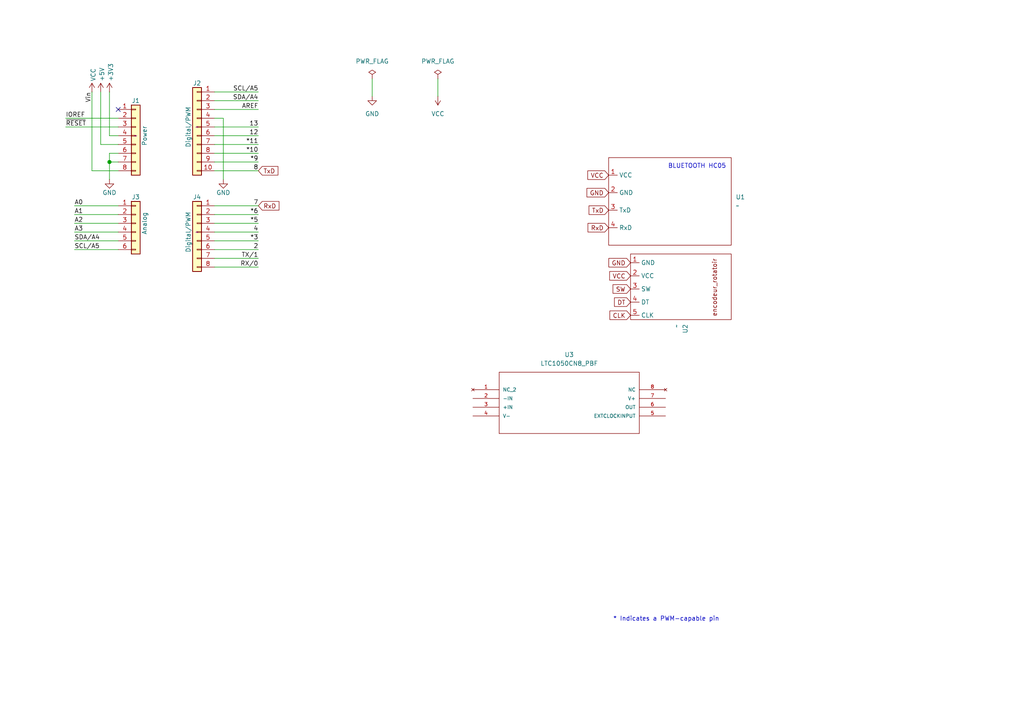
<source format=kicad_sch>
(kicad_sch (version 20250114) (generator "eeschema") (generator_version "9.0")
  (paper "A4")
  (title_block (title "Sensor Board") (date "2026-02-10") (rev "${VERSION}") (company "INSA Toulouse") (comment 2 "Max Simonnet") (comment 3 "Basile Vidalenc") (comment 4 "CAO Operators"))
  (lib_symbols
    (symbol "Connector_Generic:Conn_01x06" (pin_names (offset 1.016) (hide yes))
      (property "Reference" "J" (at 0 7.62 0))
      (property "Value" "Conn_01x06" (at 0 -10.16 0))
      (symbol "Conn_01x06_1_1"
        (rectangle (start -1.27 6.35) (end 1.27 -8.89) (stroke (width 0.254)) (fill (type background)))
        (rectangle (start -1.27 5.207) (end 0 4.953) (stroke (width 0.1524)))
        (rectangle (start -1.27 2.667) (end 0 2.413) (stroke (width 0.1524)))
        (rectangle (start -1.27 0.127) (end 0 -0.127) (stroke (width 0.1524)))
        (rectangle (start -1.27 -2.413) (end 0 -2.667) (stroke (width 0.1524)))
        (rectangle (start -1.27 -4.953) (end 0 -5.207) (stroke (width 0.1524)))
        (rectangle (start -1.27 -7.493) (end 0 -7.747) (stroke (width 0.1524)))
        (pin passive line (at -5.08 5.08 0) (length 3.81) (name "Pin_1") (number "1"))
        (pin passive line (at -5.08 2.54 0) (length 3.81) (name "Pin_2") (number "2"))
        (pin passive line (at -5.08 0 0) (length 3.81) (name "Pin_3") (number "3"))
        (pin passive line (at -5.08 -2.54 0) (length 3.81) (name "Pin_4") (number "4"))
        (pin passive line (at -5.08 -5.08 0) (length 3.81) (name "Pin_5") (number "5"))
        (pin passive line (at -5.08 -7.62 0) (length 3.81) (name "Pin_6") (number "6"))
      )
    )
    (symbol "Connector_Generic:Conn_01x08" (pin_names (offset 1.016) (hide yes))
      (property "Reference" "J" (at 0 10.16 0))
      (property "Value" "Conn_01x08" (at 0 -12.7 0))
      (symbol "Conn_01x08_1_1"
        (rectangle (start -1.27 8.89) (end 1.27 -11.43) (stroke (width 0.254)) (fill (type background)))
        (rectangle (start -1.27 7.747) (end 0 7.493) (stroke (width 0.1524)))
        (rectangle (start -1.27 5.207) (end 0 4.953) (stroke (width 0.1524)))
        (rectangle (start -1.27 2.667) (end 0 2.413) (stroke (width 0.1524)))
        (rectangle (start -1.27 0.127) (end 0 -0.127) (stroke (width 0.1524)))
        (rectangle (start -1.27 -2.413) (end 0 -2.667) (stroke (width 0.1524)))
        (rectangle (start -1.27 -4.953) (end 0 -5.207) (stroke (width 0.1524)))
        (rectangle (start -1.27 -7.493) (end 0 -7.747) (stroke (width 0.1524)))
        (rectangle (start -1.27 -10.033) (end 0 -10.287) (stroke (width 0.1524)))
        (pin passive line (at -5.08 7.62 0) (length 3.81) (name "Pin_1") (number "1"))
        (pin passive line (at -5.08 5.08 0) (length 3.81) (name "Pin_2") (number "2"))
        (pin passive line (at -5.08 2.54 0) (length 3.81) (name "Pin_3") (number "3"))
        (pin passive line (at -5.08 0 0) (length 3.81) (name "Pin_4") (number "4"))
        (pin passive line (at -5.08 -2.54 0) (length 3.81) (name "Pin_5") (number "5"))
        (pin passive line (at -5.08 -5.08 0) (length 3.81) (name "Pin_6") (number "6"))
        (pin passive line (at -5.08 -7.62 0) (length 3.81) (name "Pin_7") (number "7"))
        (pin passive line (at -5.08 -10.16 0) (length 3.81) (name "Pin_8") (number "8"))
      )
    )
    (symbol "Connector_Generic:Conn_01x10" (pin_names (offset 1.016) (hide yes))
      (property "Reference" "J" (at 0 12.7 0))
      (property "Value" "Conn_01x10" (at 0 -15.24 0))
      (symbol "Conn_01x10_1_1"
        (rectangle (start -1.27 11.43) (end 1.27 -13.97) (stroke (width 0.254)) (fill (type background)))
        (rectangle (start -1.27 10.287) (end 0 10.033) (stroke (width 0.1524)))
        (rectangle (start -1.27 7.747) (end 0 7.493) (stroke (width 0.1524)))
        (rectangle (start -1.27 5.207) (end 0 4.953) (stroke (width 0.1524)))
        (rectangle (start -1.27 2.667) (end 0 2.413) (stroke (width 0.1524)))
        (rectangle (start -1.27 0.127) (end 0 -0.127) (stroke (width 0.1524)))
        (rectangle (start -1.27 -2.413) (end 0 -2.667) (stroke (width 0.1524)))
        (rectangle (start -1.27 -4.953) (end 0 -5.207) (stroke (width 0.1524)))
        (rectangle (start -1.27 -7.493) (end 0 -7.747) (stroke (width 0.1524)))
        (rectangle (start -1.27 -10.033) (end 0 -10.287) (stroke (width 0.1524)))
        (rectangle (start -1.27 -12.573) (end 0 -12.827) (stroke (width 0.1524)))
        (pin passive line (at -5.08 10.16 0) (length 3.81) (name "Pin_1") (number "1"))
        (pin passive line (at -5.08 7.62 0) (length 3.81) (name "Pin_2") (number "2"))
        (pin passive line (at -5.08 5.08 0) (length 3.81) (name "Pin_3") (number "3"))
        (pin passive line (at -5.08 2.54 0) (length 3.81) (name "Pin_4") (number "4"))
        (pin passive line (at -5.08 0 0) (length 3.81) (name "Pin_5") (number "5"))
        (pin passive line (at -5.08 -2.54 0) (length 3.81) (name "Pin_6") (number "6"))
        (pin passive line (at -5.08 -5.08 0) (length 3.81) (name "Pin_7") (number "7"))
        (pin passive line (at -5.08 -7.62 0) (length 3.81) (name "Pin_8") (number "8"))
        (pin passive line (at -5.08 -10.16 0) (length 3.81) (name "Pin_9") (number "9"))
        (pin passive line (at -5.08 -12.7 0) (length 3.81) (name "Pin_10") (number "10"))
      )
    )
    (symbol "capteur_graphite_lib:Bluetooth_HC05"
      (property "Reference" "U" (at 0 0 0))
      (symbol "Bluetooth_HC05_0_1"
        (rectangle (start -16.51 -11.43) (end 19.05 13.97))
      )
      (symbol "Bluetooth_HC05_1_1"
        (pin input line (at -16.51 8.89 0) (length 2.54) (name "VCC") (number "1"))
        (pin input line (at -16.51 3.81 0) (length 2.54) (name "GND") (number "2"))
        (pin output line (at -16.51 -1.27 0) (length 2.54) (name "TxD") (number "3"))
        (pin input line (at -16.51 -6.35 0) (length 2.54) (name "RxD") (number "4"))
      )
    )
    (symbol "capteur_graphite_lib:LTC1050CN8_PBF" (pin_names (offset 1.016))
      (property "Reference" "U" (at 23.2156 9.1186 0))
      (property "Value" "LTC1050CN8_PBF" (at 22.5806 6.5786 0))
      (symbol "LTC1050CN8_PBF_0_0"
        (polyline (pts (xy 7.62 5.08) (xy 7.62 -12.7)) (stroke (width 0.1524)))
        (polyline (pts (xy 7.62 -12.7) (xy 48.26 -12.7)) (stroke (width 0.1524)))
        (polyline (pts (xy 48.26 5.08) (xy 7.62 5.08)) (stroke (width 0.1524)))
        (polyline (pts (xy 48.26 -12.7) (xy 48.26 5.08)) (stroke (width 0.1524)))
        (pin no_connect line (at 0 0 0) (length 7.62) (name "NC_2") (number "1"))
        (pin input line (at 0 -2.54 0) (length 7.62) (name "-IN") (number "2"))
        (pin input line (at 0 -5.08 0) (length 7.62) (name "+IN") (number "3"))
        (pin power_in line (at 0 -7.62 0) (length 7.62) (name "V-") (number "4"))
        (pin no_connect line (at 55.88 0 180) (length 7.62) (name "NC") (number "8"))
        (pin power_in line (at 55.88 -2.54 180) (length 7.62) (name "V+") (number "7"))
        (pin output line (at 55.88 -5.08 180) (length 7.62) (name "OUT") (number "6"))
        (pin input line (at 55.88 -7.62 180) (length 7.62) (name "EXTCLOCKINPUT") (number "5"))
      )
    )
    (symbol "capteur_graphite_lib:encodeur_rotatoir"
      (property "Reference" "U2" (at 0 0.6351 0))
      (property "Value" "~" (at 0 -1.9049 0))
      (symbol "encodeur_rotatoir_0_1"
        (rectangle (start -20.32 13.97) (end -1.27 -15.24))
      )
      (symbol "encodeur_rotatoir_1_1"
        (text "encodeur_rotatoir" (at -10.668 9.144 0) (effects (font (size 1.27 1.27))))
        (pin input line (at -17.78 -15.24 90) (length 2.54) (name "GND") (number "1"))
        (pin input line (at -13.97 -15.24 90) (length 2.54) (name "VCC") (number "2"))
        (pin output line (at -10.16 -15.24 90) (length 2.54) (name "SW") (number "3"))
        (pin output line (at -6.35 -15.24 90) (length 2.54) (name "DT") (number "4"))
        (pin bidirectional line (at -2.54 -15.24 90) (length 2.54) (name "CLK") (number "5"))
      )
    )
    (symbol "power:+3V3" (power) (pin_numbers (hide yes)) (pin_names (offset 0) (hide yes))
      (property "Value" "+3V3" (at 0 3.556 0))
      (symbol "+3V3_0_1"
        (polyline (pts (xy -0.762 1.27) (xy 0 2.54)))
        (polyline (pts (xy 0 2.54) (xy 0.762 1.27)))
        (polyline (pts (xy 0 0) (xy 0 2.54)))
      )
      (symbol "+3V3_1_1"
        (pin power_in line (at 0 0 90) (length 0) (name "~") (number "1"))
      )
    )
    (symbol "power:+5V" (power) (pin_numbers (hide yes)) (pin_names (offset 0) (hide yes))
      (property "Value" "+5V" (at 0 3.556 0))
      (symbol "+5V_0_1"
        (polyline (pts (xy -0.762 1.27) (xy 0 2.54)))
        (polyline (pts (xy 0 2.54) (xy 0.762 1.27)))
        (polyline (pts (xy 0 0) (xy 0 2.54)))
      )
      (symbol "+5V_1_1"
        (pin power_in line (at 0 0 90) (length 0) (name "~") (number "1"))
      )
    )
    (symbol "power:GND" (power) (pin_numbers (hide yes)) (pin_names (offset 0) (hide yes))
      (property "Value" "GND" (at 0 -3.81 0))
      (symbol "GND_0_1"
        (polyline (pts (xy 0 0) (xy 0 -1.27) (xy 1.27 -1.27) (xy 0 -2.54) (xy -1.27 -1.27) (xy 0 -1.27)))
      )
      (symbol "GND_1_1"
        (pin power_in line (at 0 0 270) (length 0) (name "~") (number "1"))
      )
    )
    (symbol "power:PWR_FLAG" (power) (pin_numbers (hide yes)) (pin_names (offset 0) (hide yes))
      (property "Value" "PWR_FLAG" (at 0 3.81 0))
      (symbol "PWR_FLAG_0_0"
        (pin power_out line (at 0 0 90) (length 0) (name "~") (number "1"))
      )
      (symbol "PWR_FLAG_0_1"
        (polyline (pts (xy 0 0) (xy 0 1.27) (xy -1.016 1.905) (xy 0 2.54) (xy 1.016 1.905) (xy 0 1.27)))
      )
    )
    (symbol "power:VCC" (power) (pin_numbers (hide yes)) (pin_names (offset 0) (hide yes))
      (property "Value" "VCC" (at 0 3.556 0))
      (symbol "VCC_0_1"
        (polyline (pts (xy -0.762 1.27) (xy 0 2.54)))
        (polyline (pts (xy 0 2.54) (xy 0.762 1.27)))
        (polyline (pts (xy 0 0) (xy 0 2.54)))
      )
      (symbol "VCC_1_1"
        (pin power_in line (at 0 0 90) (length 0) (name "~") (number "1"))
      )
    )
  )
  (text "* Indicates a PWM-capable pin" (at 177.8 180.34 0) (effects (font (size 1.27 1.27)) (justify left bottom)))
  (text "BLUETOOTH HC05" (at 202.184 48.26 0) (effects (font (size 1.27 1.27))))
  (junction (at 31.75 46.99) (diameter 1.016))
  (no_connect (at 34.29 31.75))
  (wire (pts (xy 62.23 77.47) (xy 74.93 77.47)))
  (wire (pts (xy 62.23 44.45) (xy 74.93 44.45)))
  (wire (pts (xy 62.23 26.67) (xy 74.93 26.67)))
  (wire (pts (xy 31.75 44.45) (xy 31.75 46.99)))
  (wire (pts (xy 21.59 72.39) (xy 34.29 72.39)))
  (wire (pts (xy 31.75 46.99) (xy 31.75 52.07)))
  (wire (pts (xy 31.75 39.37) (xy 34.29 39.37)))
  (wire (pts (xy 29.21 41.91) (xy 34.29 41.91)))
  (wire (pts (xy 29.21 26.67) (xy 29.21 41.91)))
  (wire (pts (xy 62.23 36.83) (xy 74.93 36.83)))
  (wire (pts (xy 31.75 26.67) (xy 31.75 39.37)))
  (wire (pts (xy 62.23 59.69) (xy 74.93 59.69)))
  (wire (pts (xy 34.29 59.69) (xy 21.59 59.69)))
  (wire (pts (xy 62.23 39.37) (xy 74.93 39.37)))
  (wire (pts (xy 62.23 62.23) (xy 74.93 62.23)))
  (wire (pts (xy 62.23 46.99) (xy 74.93 46.99)))
  (wire (pts (xy 62.23 67.31) (xy 74.93 67.31)))
  (wire (pts (xy 19.05 34.29) (xy 34.29 34.29)))
  (wire (pts (xy 64.77 34.29) (xy 64.77 52.07)))
  (wire (pts (xy 62.23 31.75) (xy 74.93 31.75)))
  (wire (pts (xy 34.29 64.77) (xy 21.59 64.77)))
  (wire (pts (xy 19.05 36.83) (xy 34.29 36.83)))
  (wire (pts (xy 34.29 46.99) (xy 31.75 46.99)))
  (wire (pts (xy 34.29 49.53) (xy 26.67 49.53)))
  (wire (pts (xy 21.59 62.23) (xy 34.29 62.23)))
  (wire (pts (xy 62.23 34.29) (xy 64.77 34.29)))
  (wire (pts (xy 34.29 44.45) (xy 31.75 44.45)))
  (wire (pts (xy 127 22.86) (xy 127 27.94)))
  (wire (pts (xy 62.23 41.91) (xy 74.93 41.91)))
  (wire (pts (xy 62.23 64.77) (xy 74.93 64.77)))
  (wire (pts (xy 21.59 67.31) (xy 34.29 67.31)))
  (wire (pts (xy 107.95 22.86) (xy 107.95 27.94)))
  (wire (pts (xy 62.23 29.21) (xy 74.93 29.21)))
  (wire (pts (xy 62.23 72.39) (xy 74.93 72.39)))
  (wire (pts (xy 62.23 69.85) (xy 74.93 69.85)))
  (wire (pts (xy 62.23 74.93) (xy 74.93 74.93)))
  (wire (pts (xy 26.67 49.53) (xy 26.67 26.67)))
  (wire (pts (xy 34.29 69.85) (xy 21.59 69.85)))
  (wire (pts (xy 62.23 49.53) (xy 74.93 49.53)))
  (label "RX{slash}0" (at 74.93 77.47 180))
  (label "A2" (at 21.59 64.77 0))
  (label "4" (at 74.93 67.31 180))
  (label "2" (at 74.93 72.39 180))
  (label "A3" (at 21.59 67.31 0))
  (label "13" (at 74.93 36.83 180))
  (label "12" (at 74.93 39.37 180))
  (label "~{RESET}" (at 19.05 36.83 0))
  (label "*10" (at 74.93 44.45 180))
  (label "7" (at 74.93 59.69 180))
  (label "SDA{slash}A4" (at 74.93 29.21 180))
  (label "8" (at 74.93 49.53 180))
  (label "*11" (at 74.93 41.91 180))
  (label "*3" (at 74.93 69.85 180))
  (label "A1" (at 21.59 62.23 0))
  (label "TX{slash}1" (at 74.93 74.93 180))
  (label "A0" (at 21.59 59.69 0))
  (label "AREF" (at 74.93 31.75 180))
  (label "Vin" (at 26.67 26.67 270))
  (label "*6" (at 74.93 62.23 180))
  (label "SCL{slash}A5" (at 74.93 26.67 180))
  (label "*9" (at 74.93 46.99 180))
  (label "*5" (at 74.93 64.77 180))
  (label "IOREF" (at 19.05 34.29 0))
  (label "SDA{slash}A4" (at 21.59 69.85 0))
  (label "SCL{slash}A5" (at 21.59 72.39 0))
  (global_label "SW" (shape input) (at 182.88 83.82 180) (property "Intersheetrefs" "${INTERSHEET_REFS}" (effects (hide yes))))
  (global_label "DT" (shape input) (at 182.88 87.63 180) (property "Intersheetrefs" "${INTERSHEET_REFS}" (effects (hide yes))))
  (global_label "RxD" (shape input) (at 176.53 66.04 180) (property "Intersheetrefs" "${INTERSHEET_REFS}" (effects (hide yes))))
  (global_label "VCC" (shape input) (at 182.88 80.01 180) (property "Intersheetrefs" "${INTERSHEET_REFS}" (effects (hide yes))))
  (global_label "GND" (shape input) (at 182.88 76.2 180) (property "Intersheetrefs" "${INTERSHEET_REFS}" (effects (hide yes))))
  (global_label "VCC" (shape input) (at 176.53 50.8 180) (property "Intersheetrefs" "${INTERSHEET_REFS}" (effects (hide yes))))
  (global_label "TxD" (shape input) (at 74.93 49.53 0) (property "Intersheetrefs" "${INTERSHEET_REFS}" (effects (hide yes))))
  (global_label "CLK" (shape input) (at 182.88 91.44 180) (property "Intersheetrefs" "${INTERSHEET_REFS}" (effects (hide yes))))
  (global_label "RxD" (shape input) (at 74.93 59.69 0) (property "Intersheetrefs" "${INTERSHEET_REFS}" (effects (hide yes))))
  (global_label "GND" (shape input) (at 176.53 55.88 180) (property "Intersheetrefs" "${INTERSHEET_REFS}" (effects (hide yes))))
  (global_label "TxD" (shape input) (at 176.53 60.96 180) (property "Intersheetrefs" "${INTERSHEET_REFS}" (effects (hide yes))))
  (symbol (lib_id "Connector_Generic:Conn_01x08") (at 39.37 39.37 0) (unit 1)
    (property "Reference" "J1" (at 39.37 29.21 0))
    (property "Value" "Power" (at 41.91 39.37 90))
    (property "Footprint" "Connector_PinSocket_2.54mm:PinSocket_1x08_P2.54mm_Vertical" (effects (hide yes)))
    (property "Datasheet" "~" (at 39.37 39.37 0))
    (property "Description" "Generic connector, single row, 01x08, script generated (kicad-library-utils/schlib/autogen/connector/)" (effects (hide yes)))
  )
  (symbol (lib_id "power:+3V3") (at 31.75 26.67 0) (unit 1)
    (property "Reference" "#PWR03" (effects (hide yes)))
    (property "Value" "+3V3" (at 32.131 23.622 90) (effects (justify left)))
    (property "Description" "Power symbol creates a global label with name \"+3V3\"" (effects (hide yes)))
  )
  (symbol (lib_id "power:+5V") (at 29.21 26.67 0) (unit 1)
    (property "Reference" "#PWR02" (effects (hide yes)))
    (property "Value" "+5V" (at 29.5656 23.622 90) (effects (justify left)))
    (property "Description" "Power symbol creates a global label with name \"+5V\"" (effects (hide yes)))
  )
  (symbol (lib_id "power:GND") (at 31.75 52.07 0) (unit 1)
    (property "Reference" "#PWR04" (effects (hide yes)))
    (property "Value" "GND" (at 31.75 55.88 0))
    (property "Description" "Power symbol creates a global label with name \"GND\" , ground" (effects (hide yes)))
  )
  (symbol (lib_id "Connector_Generic:Conn_01x10") (at 57.15 36.83 0) (mirror y) (unit 1)
    (property "Reference" "J2" (at 57.15 24.13 0))
    (property "Value" "Digital/PWM" (at 54.61 36.83 90))
    (property "Footprint" "Connector_PinSocket_2.54mm:PinSocket_1x10_P2.54mm_Vertical" (effects (hide yes)))
    (property "Datasheet" "~" (at 57.15 36.83 0))
    (property "Description" "Generic connector, single row, 01x10, script generated (kicad-library-utils/schlib/autogen/connector/)" (effects (hide yes)))
  )
  (symbol (lib_id "power:GND") (at 64.77 52.07 0) (unit 1)
    (property "Reference" "#PWR05" (effects (hide yes)))
    (property "Value" "GND" (at 64.77 55.88 0))
    (property "Description" "Power symbol creates a global label with name \"GND\" , ground" (effects (hide yes)))
  )
  (symbol (lib_id "Connector_Generic:Conn_01x06") (at 39.37 64.77 0) (unit 1)
    (property "Reference" "J3" (at 39.37 57.15 0))
    (property "Value" "Analog" (at 41.91 64.77 90))
    (property "Footprint" "Connector_PinSocket_2.54mm:PinSocket_1x06_P2.54mm_Vertical" (effects (hide yes)))
    (property "Description" "Generic connector, single row, 01x06, script generated (kicad-library-utils/schlib/autogen/connector/)" (effects (hide yes)))
  )
  (symbol (lib_id "Connector_Generic:Conn_01x08") (at 57.15 67.31 0) (mirror y) (unit 1)
    (property "Reference" "J4" (at 57.15 57.15 0))
    (property "Value" "Digital/PWM" (at 54.61 67.31 90))
    (property "Footprint" "Connector_PinSocket_2.54mm:PinSocket_1x08_P2.54mm_Vertical" (effects (hide yes)))
    (property "Datasheet" "~" (at 57.15 67.31 0))
    (property "Description" "Generic connector, single row, 01x08, script generated (kicad-library-utils/schlib/autogen/connector/)" (effects (hide yes)))
  )
  (symbol (lib_id "capteur_graphite_lib:Bluetooth_HC05") (at 193.04 59.69 0) (unit 1)
    (property "Reference" "U1" (at 213.36 57.1499 0) (effects (justify left)))
    (property "Value" "~" (at 213.36 59.6899 0) (effects (justify left)))
    (property "Footprint" "capteur_graphite_lib:Bluetooth HC05" (effects (hide yes)))
  )
  (symbol (lib_id "power:GND") (at 107.95 27.94 0) (unit 1)
    (property "Reference" "#PWR06" (effects (hide yes)))
    (property "Value" "GND" (at 107.95 33.02 0))
    (property "Description" "Power symbol creates a global label with name \"GND\" , ground" (effects (hide yes)))
  )
  (symbol (lib_id "power:PWR_FLAG") (at 107.95 22.86 0) (unit 1)
    (property "Reference" "#FLG01" (effects (hide yes)))
    (property "Value" "PWR_FLAG" (at 107.95 17.78 0))
    (property "Description" "Special symbol for telling ERC where power comes from" (effects (hide yes)))
  )
  (symbol (lib_id "power:VCC") (at 26.67 26.67 0) (unit 1)
    (property "Reference" "#PWR01" (effects (hide yes)))
    (property "Value" "VCC" (at 27.051 23.622 90) (effects (justify left)))
    (property "Description" "Power symbol creates a global label with name \"VCC\"" (effects (hide yes)))
  )
  (symbol (lib_id "capteur_graphite_lib:encodeur_rotatoir") (at 198.12 93.98 270) (unit 1)
    (property "Reference" "U2" (at 198.7551 93.98 0) (effects (justify left)))
    (property "Value" "~" (at 196.2151 93.98 0) (effects (justify left)))
    (property "Footprint" "capteur_graphite_lib:encodeur_rotatoire" (effects (hide yes)))
  )
  (symbol (lib_id "capteur_graphite_lib:LTC1050CN8_PBF") (at 137.16 113.03 0) (unit 1)
    (property "Reference" "U3" (at 165.1 102.87 0))
    (property "Value" "LTC1050CN8_PBF" (at 165.1 105.41 0))
    (property "Footprint" "LTC1050CN8_PBF:PDIP-8_N" (effects (hide yes)))
    (property "MF" "Analog Devices" (effects (hide yes)))
    (property "VENDOR" "Linear Technology" (effects (hide yes)))
    (property "Description_1" "Precision Zero-Drift Operational Amplifier with Internal Capacitors" (effects (hide yes)))
    (property "COPYRIGHT" "Copyright C 2016 Accelerated Designs. All rights reserved" (effects (hide yes)))
    (property "Package" "PDIP-8 Linear Technology" (effects (hide yes)))
    (property "Price" "None" (effects (hide yes)))
    (property "Check_prices" "https://www.snapeda.com/parts/LTC1050CN8%23PBF/Analog+Devices/view-part/?ref=eda" (effects (hide yes)))
    (property "SnapEDA_Link" "https://www.snapeda.com/parts/LTC1050CN8%23PBF/Analog+Devices/view-part/?ref=snap" (effects (hide yes)))
    (property "MP" "LTC1050CN8#PBF" (effects (hide yes)))
    (property "Purchase-URL" "https://www.snapeda.com/api/url_track_click_mouser/?unipart_id=503666&manufacturer=Analog Devices&part_name=LTC1050CN8#PBF&search_term=None" (effects (hide yes)))
    (property "Availability" "In Stock" (effects (hide yes)))
    (property "MANUFACTURER_PART_NUMBER" "ltc1050cn8" (effects (hide yes)))
  )
  (symbol (lib_id "power:PWR_FLAG") (at 127 22.86 0) (unit 1)
    (property "Reference" "#FLG02" (effects (hide yes)))
    (property "Value" "PWR_FLAG" (at 127 17.78 0))
    (property "Description" "Special symbol for telling ERC where power comes from" (effects (hide yes)))
  )
  (symbol (lib_id "power:+5V") (at 127 27.94 180) (unit 1)
    (property "Reference" "#PWR07" (effects (hide yes)))
    (property "Value" "VCC" (at 127 33.02 0))
    (property "Description" "Power symbol creates a global label with name \"+5V\"" (effects (hide yes)))
  )
)
</source>
